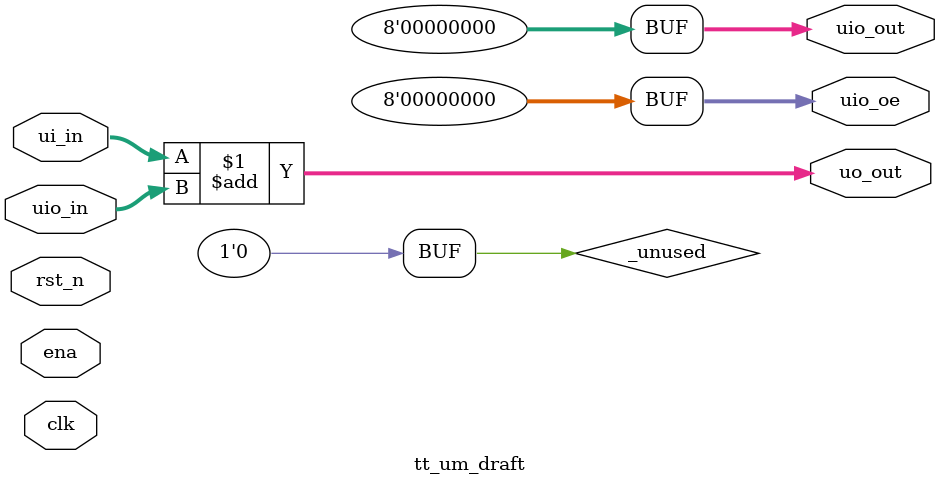
<source format=v>
/*
 * Copyright (c) 2024 Your Name
 * SPDX-License-Identifier: Apache-2.0
 */

`default_nettype none

module tt_um_draft (
    input  wire [7:0] ui_in,    // Dedicated inputs
    output wire [7:0] uo_out,   // Dedicated outputs
    input  wire [7:0] uio_in,   // IOs: Input path
    output wire [7:0] uio_out,  // IOs: Output path
    output wire [7:0] uio_oe,   // IOs: Enable path (active high: 0=input, 1=output)
    input  wire       ena,      // always 1 when the design is powered, so you can ignore it
    input  wire       clk,      // clock
    input  wire       rst_n     // reset_n - low to reset
);

  // All output pins must be assigned. If not used, assign to 0.
  assign uo_out  = ui_in + uio_in;  // Example: ou_out is the sum of ui_in and uio_in
//  assign uo_out = {4'b0101, 4'b0000};
  assign uio_out = 0;
  assign uio_oe  = 0;

  // List all unused inputs to prevent warnings
//  wire _unused = &{ena, clk, rst_n, ui_in, uio_in, 1'b0};
  wire _unused = &{ena, clk, rst_n, 1'b0};

endmodule

</source>
